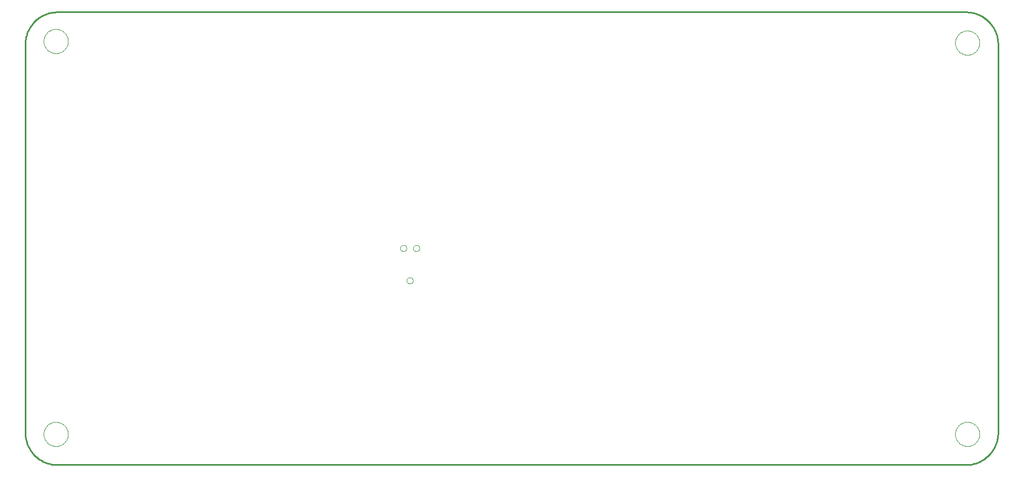
<source format=gbo>
G75*
%MOIN*%
%OFA0B0*%
%FSLAX24Y24*%
%IPPOS*%
%LPD*%
%AMOC8*
5,1,8,0,0,1.08239X$1,22.5*
%
%ADD10C,0.0100*%
%ADD11C,0.0000*%
D10*
X002150Y000150D02*
X058350Y000150D01*
X058437Y000152D01*
X058524Y000158D01*
X058611Y000167D01*
X058697Y000180D01*
X058783Y000197D01*
X058868Y000218D01*
X058951Y000243D01*
X059034Y000271D01*
X059115Y000302D01*
X059195Y000337D01*
X059273Y000376D01*
X059350Y000418D01*
X059425Y000463D01*
X059497Y000512D01*
X059568Y000563D01*
X059636Y000618D01*
X059701Y000675D01*
X059764Y000736D01*
X059825Y000799D01*
X059882Y000864D01*
X059937Y000932D01*
X059988Y001003D01*
X060037Y001075D01*
X060082Y001150D01*
X060124Y001227D01*
X060163Y001305D01*
X060198Y001385D01*
X060229Y001466D01*
X060257Y001549D01*
X060282Y001632D01*
X060303Y001717D01*
X060320Y001803D01*
X060333Y001889D01*
X060342Y001976D01*
X060348Y002063D01*
X060350Y002150D01*
X060350Y026150D01*
X060348Y026237D01*
X060342Y026324D01*
X060333Y026411D01*
X060320Y026497D01*
X060303Y026583D01*
X060282Y026668D01*
X060257Y026751D01*
X060229Y026834D01*
X060198Y026915D01*
X060163Y026995D01*
X060124Y027073D01*
X060082Y027150D01*
X060037Y027225D01*
X059988Y027297D01*
X059937Y027368D01*
X059882Y027436D01*
X059825Y027501D01*
X059764Y027564D01*
X059701Y027625D01*
X059636Y027682D01*
X059568Y027737D01*
X059497Y027788D01*
X059425Y027837D01*
X059350Y027882D01*
X059273Y027924D01*
X059195Y027963D01*
X059115Y027998D01*
X059034Y028029D01*
X058951Y028057D01*
X058868Y028082D01*
X058783Y028103D01*
X058697Y028120D01*
X058611Y028133D01*
X058524Y028142D01*
X058437Y028148D01*
X058350Y028150D01*
X002150Y028150D01*
X002063Y028148D01*
X001976Y028142D01*
X001889Y028133D01*
X001803Y028120D01*
X001717Y028103D01*
X001632Y028082D01*
X001549Y028057D01*
X001466Y028029D01*
X001385Y027998D01*
X001305Y027963D01*
X001227Y027924D01*
X001150Y027882D01*
X001075Y027837D01*
X001003Y027788D01*
X000932Y027737D01*
X000864Y027682D01*
X000799Y027625D01*
X000736Y027564D01*
X000675Y027501D01*
X000618Y027436D01*
X000563Y027368D01*
X000512Y027297D01*
X000463Y027225D01*
X000418Y027150D01*
X000376Y027073D01*
X000337Y026995D01*
X000302Y026915D01*
X000271Y026834D01*
X000243Y026751D01*
X000218Y026668D01*
X000197Y026583D01*
X000180Y026497D01*
X000167Y026411D01*
X000158Y026324D01*
X000152Y026237D01*
X000150Y026150D01*
X000150Y002150D01*
X000152Y002063D01*
X000158Y001976D01*
X000167Y001889D01*
X000180Y001803D01*
X000197Y001717D01*
X000218Y001632D01*
X000243Y001549D01*
X000271Y001466D01*
X000302Y001385D01*
X000337Y001305D01*
X000376Y001227D01*
X000418Y001150D01*
X000463Y001075D01*
X000512Y001003D01*
X000563Y000932D01*
X000618Y000864D01*
X000675Y000799D01*
X000736Y000736D01*
X000799Y000675D01*
X000864Y000618D01*
X000932Y000563D01*
X001003Y000512D01*
X001075Y000463D01*
X001150Y000418D01*
X001227Y000376D01*
X001305Y000337D01*
X001385Y000302D01*
X001466Y000271D01*
X001549Y000243D01*
X001632Y000218D01*
X001717Y000197D01*
X001803Y000180D01*
X001889Y000167D01*
X001976Y000158D01*
X002063Y000152D01*
X002150Y000150D01*
D11*
X001300Y002050D02*
X001302Y002104D01*
X001308Y002158D01*
X001318Y002211D01*
X001331Y002264D01*
X001348Y002315D01*
X001369Y002365D01*
X001394Y002413D01*
X001422Y002460D01*
X001453Y002504D01*
X001487Y002546D01*
X001524Y002585D01*
X001564Y002622D01*
X001607Y002655D01*
X001652Y002686D01*
X001699Y002713D01*
X001747Y002736D01*
X001798Y002756D01*
X001849Y002773D01*
X001902Y002785D01*
X001955Y002794D01*
X002009Y002799D01*
X002064Y002800D01*
X002118Y002797D01*
X002171Y002790D01*
X002224Y002779D01*
X002277Y002765D01*
X002328Y002747D01*
X002377Y002725D01*
X002425Y002700D01*
X002471Y002671D01*
X002515Y002639D01*
X002556Y002604D01*
X002594Y002566D01*
X002630Y002525D01*
X002663Y002482D01*
X002693Y002437D01*
X002719Y002389D01*
X002742Y002340D01*
X002761Y002289D01*
X002776Y002238D01*
X002788Y002185D01*
X002796Y002131D01*
X002800Y002077D01*
X002800Y002023D01*
X002796Y001969D01*
X002788Y001915D01*
X002776Y001862D01*
X002761Y001811D01*
X002742Y001760D01*
X002719Y001711D01*
X002693Y001663D01*
X002663Y001618D01*
X002630Y001575D01*
X002594Y001534D01*
X002556Y001496D01*
X002515Y001461D01*
X002471Y001429D01*
X002425Y001400D01*
X002377Y001375D01*
X002328Y001353D01*
X002277Y001335D01*
X002224Y001321D01*
X002171Y001310D01*
X002118Y001303D01*
X002064Y001300D01*
X002009Y001301D01*
X001955Y001306D01*
X001902Y001315D01*
X001849Y001327D01*
X001798Y001344D01*
X001747Y001364D01*
X001699Y001387D01*
X001652Y001414D01*
X001607Y001445D01*
X001564Y001478D01*
X001524Y001515D01*
X001487Y001554D01*
X001453Y001596D01*
X001422Y001640D01*
X001394Y001687D01*
X001369Y001735D01*
X001348Y001785D01*
X001331Y001836D01*
X001318Y001889D01*
X001308Y001942D01*
X001302Y001996D01*
X001300Y002050D01*
X023755Y011550D02*
X023757Y011578D01*
X023763Y011605D01*
X023773Y011631D01*
X023786Y011655D01*
X023803Y011678D01*
X023822Y011697D01*
X023845Y011714D01*
X023869Y011727D01*
X023895Y011737D01*
X023922Y011743D01*
X023950Y011745D01*
X023978Y011743D01*
X024005Y011737D01*
X024031Y011727D01*
X024055Y011714D01*
X024078Y011697D01*
X024097Y011678D01*
X024114Y011655D01*
X024127Y011631D01*
X024137Y011605D01*
X024143Y011578D01*
X024145Y011550D01*
X024143Y011522D01*
X024137Y011495D01*
X024127Y011469D01*
X024114Y011445D01*
X024097Y011422D01*
X024078Y011403D01*
X024055Y011386D01*
X024031Y011373D01*
X024005Y011363D01*
X023978Y011357D01*
X023950Y011355D01*
X023922Y011357D01*
X023895Y011363D01*
X023869Y011373D01*
X023845Y011386D01*
X023822Y011403D01*
X023803Y011422D01*
X023786Y011445D01*
X023773Y011469D01*
X023763Y011495D01*
X023757Y011522D01*
X023755Y011550D01*
X023355Y013550D02*
X023357Y013578D01*
X023363Y013605D01*
X023373Y013631D01*
X023386Y013655D01*
X023403Y013678D01*
X023422Y013697D01*
X023445Y013714D01*
X023469Y013727D01*
X023495Y013737D01*
X023522Y013743D01*
X023550Y013745D01*
X023578Y013743D01*
X023605Y013737D01*
X023631Y013727D01*
X023655Y013714D01*
X023678Y013697D01*
X023697Y013678D01*
X023714Y013655D01*
X023727Y013631D01*
X023737Y013605D01*
X023743Y013578D01*
X023745Y013550D01*
X023743Y013522D01*
X023737Y013495D01*
X023727Y013469D01*
X023714Y013445D01*
X023697Y013422D01*
X023678Y013403D01*
X023655Y013386D01*
X023631Y013373D01*
X023605Y013363D01*
X023578Y013357D01*
X023550Y013355D01*
X023522Y013357D01*
X023495Y013363D01*
X023469Y013373D01*
X023445Y013386D01*
X023422Y013403D01*
X023403Y013422D01*
X023386Y013445D01*
X023373Y013469D01*
X023363Y013495D01*
X023357Y013522D01*
X023355Y013550D01*
X024155Y013550D02*
X024157Y013578D01*
X024163Y013605D01*
X024173Y013631D01*
X024186Y013655D01*
X024203Y013678D01*
X024222Y013697D01*
X024245Y013714D01*
X024269Y013727D01*
X024295Y013737D01*
X024322Y013743D01*
X024350Y013745D01*
X024378Y013743D01*
X024405Y013737D01*
X024431Y013727D01*
X024455Y013714D01*
X024478Y013697D01*
X024497Y013678D01*
X024514Y013655D01*
X024527Y013631D01*
X024537Y013605D01*
X024543Y013578D01*
X024545Y013550D01*
X024543Y013522D01*
X024537Y013495D01*
X024527Y013469D01*
X024514Y013445D01*
X024497Y013422D01*
X024478Y013403D01*
X024455Y013386D01*
X024431Y013373D01*
X024405Y013363D01*
X024378Y013357D01*
X024350Y013355D01*
X024322Y013357D01*
X024295Y013363D01*
X024269Y013373D01*
X024245Y013386D01*
X024222Y013403D01*
X024203Y013422D01*
X024186Y013445D01*
X024173Y013469D01*
X024163Y013495D01*
X024157Y013522D01*
X024155Y013550D01*
X001300Y026350D02*
X001302Y026404D01*
X001308Y026458D01*
X001318Y026511D01*
X001331Y026564D01*
X001348Y026615D01*
X001369Y026665D01*
X001394Y026713D01*
X001422Y026760D01*
X001453Y026804D01*
X001487Y026846D01*
X001524Y026885D01*
X001564Y026922D01*
X001607Y026955D01*
X001652Y026986D01*
X001699Y027013D01*
X001747Y027036D01*
X001798Y027056D01*
X001849Y027073D01*
X001902Y027085D01*
X001955Y027094D01*
X002009Y027099D01*
X002064Y027100D01*
X002118Y027097D01*
X002171Y027090D01*
X002224Y027079D01*
X002277Y027065D01*
X002328Y027047D01*
X002377Y027025D01*
X002425Y027000D01*
X002471Y026971D01*
X002515Y026939D01*
X002556Y026904D01*
X002594Y026866D01*
X002630Y026825D01*
X002663Y026782D01*
X002693Y026737D01*
X002719Y026689D01*
X002742Y026640D01*
X002761Y026589D01*
X002776Y026538D01*
X002788Y026485D01*
X002796Y026431D01*
X002800Y026377D01*
X002800Y026323D01*
X002796Y026269D01*
X002788Y026215D01*
X002776Y026162D01*
X002761Y026111D01*
X002742Y026060D01*
X002719Y026011D01*
X002693Y025963D01*
X002663Y025918D01*
X002630Y025875D01*
X002594Y025834D01*
X002556Y025796D01*
X002515Y025761D01*
X002471Y025729D01*
X002425Y025700D01*
X002377Y025675D01*
X002328Y025653D01*
X002277Y025635D01*
X002224Y025621D01*
X002171Y025610D01*
X002118Y025603D01*
X002064Y025600D01*
X002009Y025601D01*
X001955Y025606D01*
X001902Y025615D01*
X001849Y025627D01*
X001798Y025644D01*
X001747Y025664D01*
X001699Y025687D01*
X001652Y025714D01*
X001607Y025745D01*
X001564Y025778D01*
X001524Y025815D01*
X001487Y025854D01*
X001453Y025896D01*
X001422Y025940D01*
X001394Y025987D01*
X001369Y026035D01*
X001348Y026085D01*
X001331Y026136D01*
X001318Y026189D01*
X001308Y026242D01*
X001302Y026296D01*
X001300Y026350D01*
X057700Y026250D02*
X057702Y026304D01*
X057708Y026358D01*
X057718Y026411D01*
X057731Y026464D01*
X057748Y026515D01*
X057769Y026565D01*
X057794Y026613D01*
X057822Y026660D01*
X057853Y026704D01*
X057887Y026746D01*
X057924Y026785D01*
X057964Y026822D01*
X058007Y026855D01*
X058052Y026886D01*
X058099Y026913D01*
X058147Y026936D01*
X058198Y026956D01*
X058249Y026973D01*
X058302Y026985D01*
X058355Y026994D01*
X058409Y026999D01*
X058464Y027000D01*
X058518Y026997D01*
X058571Y026990D01*
X058624Y026979D01*
X058677Y026965D01*
X058728Y026947D01*
X058777Y026925D01*
X058825Y026900D01*
X058871Y026871D01*
X058915Y026839D01*
X058956Y026804D01*
X058994Y026766D01*
X059030Y026725D01*
X059063Y026682D01*
X059093Y026637D01*
X059119Y026589D01*
X059142Y026540D01*
X059161Y026489D01*
X059176Y026438D01*
X059188Y026385D01*
X059196Y026331D01*
X059200Y026277D01*
X059200Y026223D01*
X059196Y026169D01*
X059188Y026115D01*
X059176Y026062D01*
X059161Y026011D01*
X059142Y025960D01*
X059119Y025911D01*
X059093Y025863D01*
X059063Y025818D01*
X059030Y025775D01*
X058994Y025734D01*
X058956Y025696D01*
X058915Y025661D01*
X058871Y025629D01*
X058825Y025600D01*
X058777Y025575D01*
X058728Y025553D01*
X058677Y025535D01*
X058624Y025521D01*
X058571Y025510D01*
X058518Y025503D01*
X058464Y025500D01*
X058409Y025501D01*
X058355Y025506D01*
X058302Y025515D01*
X058249Y025527D01*
X058198Y025544D01*
X058147Y025564D01*
X058099Y025587D01*
X058052Y025614D01*
X058007Y025645D01*
X057964Y025678D01*
X057924Y025715D01*
X057887Y025754D01*
X057853Y025796D01*
X057822Y025840D01*
X057794Y025887D01*
X057769Y025935D01*
X057748Y025985D01*
X057731Y026036D01*
X057718Y026089D01*
X057708Y026142D01*
X057702Y026196D01*
X057700Y026250D01*
X057700Y002050D02*
X057702Y002104D01*
X057708Y002158D01*
X057718Y002211D01*
X057731Y002264D01*
X057748Y002315D01*
X057769Y002365D01*
X057794Y002413D01*
X057822Y002460D01*
X057853Y002504D01*
X057887Y002546D01*
X057924Y002585D01*
X057964Y002622D01*
X058007Y002655D01*
X058052Y002686D01*
X058099Y002713D01*
X058147Y002736D01*
X058198Y002756D01*
X058249Y002773D01*
X058302Y002785D01*
X058355Y002794D01*
X058409Y002799D01*
X058464Y002800D01*
X058518Y002797D01*
X058571Y002790D01*
X058624Y002779D01*
X058677Y002765D01*
X058728Y002747D01*
X058777Y002725D01*
X058825Y002700D01*
X058871Y002671D01*
X058915Y002639D01*
X058956Y002604D01*
X058994Y002566D01*
X059030Y002525D01*
X059063Y002482D01*
X059093Y002437D01*
X059119Y002389D01*
X059142Y002340D01*
X059161Y002289D01*
X059176Y002238D01*
X059188Y002185D01*
X059196Y002131D01*
X059200Y002077D01*
X059200Y002023D01*
X059196Y001969D01*
X059188Y001915D01*
X059176Y001862D01*
X059161Y001811D01*
X059142Y001760D01*
X059119Y001711D01*
X059093Y001663D01*
X059063Y001618D01*
X059030Y001575D01*
X058994Y001534D01*
X058956Y001496D01*
X058915Y001461D01*
X058871Y001429D01*
X058825Y001400D01*
X058777Y001375D01*
X058728Y001353D01*
X058677Y001335D01*
X058624Y001321D01*
X058571Y001310D01*
X058518Y001303D01*
X058464Y001300D01*
X058409Y001301D01*
X058355Y001306D01*
X058302Y001315D01*
X058249Y001327D01*
X058198Y001344D01*
X058147Y001364D01*
X058099Y001387D01*
X058052Y001414D01*
X058007Y001445D01*
X057964Y001478D01*
X057924Y001515D01*
X057887Y001554D01*
X057853Y001596D01*
X057822Y001640D01*
X057794Y001687D01*
X057769Y001735D01*
X057748Y001785D01*
X057731Y001836D01*
X057718Y001889D01*
X057708Y001942D01*
X057702Y001996D01*
X057700Y002050D01*
M02*

</source>
